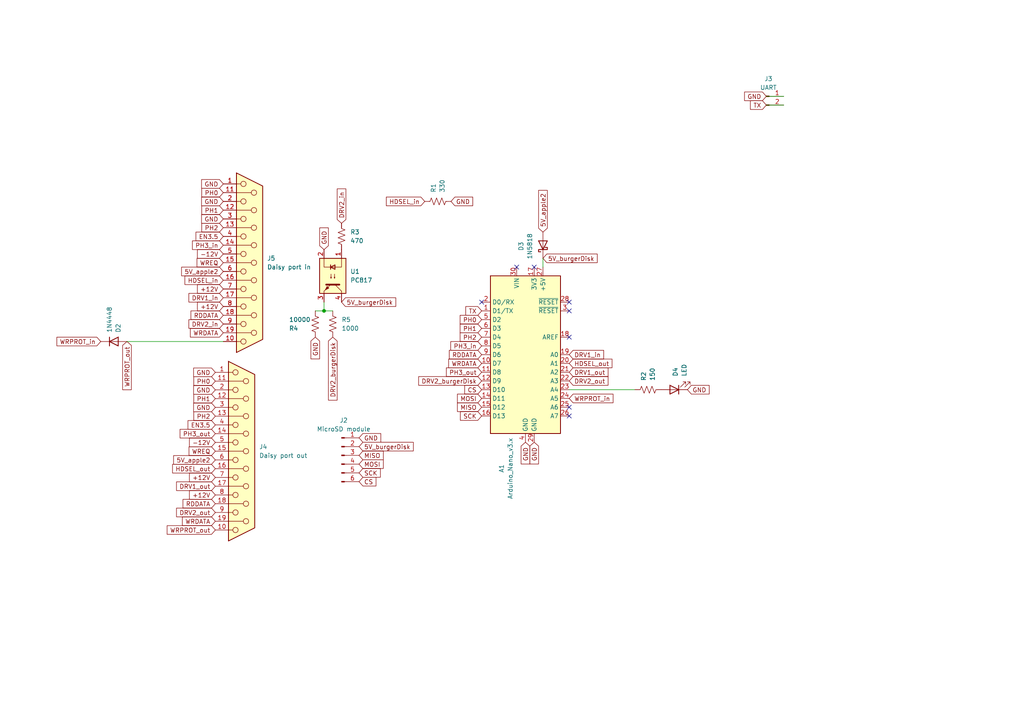
<source format=kicad_sch>
(kicad_sch (version 20250114) (generator "eeschema") (generator_version "9.0")
  (paper "A4")
  (lib_symbols
    (symbol "Connector:Conn_01x02_Pin" (pin_names (offset 1.016) (hide yes))
      (property "Reference" "J" (at 0 2.54 0))
      (property "Value" "Conn_01x02_Pin" (at 0 -5.08 0))
      (symbol "Conn_01x02_Pin_1_1"
        (rectangle (start 0.8636 0.127) (end 0 -0.127) (stroke (width 0.1524)) (fill (type outline)))
        (rectangle (start 0.8636 -2.413) (end 0 -2.667) (stroke (width 0.1524)) (fill (type outline)))
        (polyline (pts (xy 1.27 0) (xy 0.8636 0)) (stroke (width 0.1524)))
        (polyline (pts (xy 1.27 -2.54) (xy 0.8636 -2.54)) (stroke (width 0.1524)))
        (pin passive line (at 5.08 0 180) (length 3.81) (name "Pin_1") (number "1"))
        (pin passive line (at 5.08 -2.54 180) (length 3.81) (name "Pin_2") (number "2"))
      )
    )
    (symbol "Connector:Conn_01x06_Pin" (pin_names (offset 1.016) (hide yes))
      (property "Reference" "J" (at 0 7.62 0))
      (property "Value" "Conn_01x06_Pin" (at 0 -10.16 0))
      (symbol "Conn_01x06_Pin_1_1"
        (rectangle (start 0.8636 5.207) (end 0 4.953) (stroke (width 0.1524)) (fill (type outline)))
        (rectangle (start 0.8636 2.667) (end 0 2.413) (stroke (width 0.1524)) (fill (type outline)))
        (rectangle (start 0.8636 0.127) (end 0 -0.127) (stroke (width 0.1524)) (fill (type outline)))
        (rectangle (start 0.8636 -2.413) (end 0 -2.667) (stroke (width 0.1524)) (fill (type outline)))
        (rectangle (start 0.8636 -4.953) (end 0 -5.207) (stroke (width 0.1524)) (fill (type outline)))
        (rectangle (start 0.8636 -7.493) (end 0 -7.747) (stroke (width 0.1524)) (fill (type outline)))
        (polyline (pts (xy 1.27 5.08) (xy 0.8636 5.08)) (stroke (width 0.1524)))
        (polyline (pts (xy 1.27 2.54) (xy 0.8636 2.54)) (stroke (width 0.1524)))
        (polyline (pts (xy 1.27 0) (xy 0.8636 0)) (stroke (width 0.1524)))
        (polyline (pts (xy 1.27 -2.54) (xy 0.8636 -2.54)) (stroke (width 0.1524)))
        (polyline (pts (xy 1.27 -5.08) (xy 0.8636 -5.08)) (stroke (width 0.1524)))
        (polyline (pts (xy 1.27 -7.62) (xy 0.8636 -7.62)) (stroke (width 0.1524)))
        (pin passive line (at 5.08 5.08 180) (length 3.81) (name "Pin_1") (number "1"))
        (pin passive line (at 5.08 2.54 180) (length 3.81) (name "Pin_2") (number "2"))
        (pin passive line (at 5.08 0 180) (length 3.81) (name "Pin_3") (number "3"))
        (pin passive line (at 5.08 -2.54 180) (length 3.81) (name "Pin_4") (number "4"))
        (pin passive line (at 5.08 -5.08 180) (length 3.81) (name "Pin_5") (number "5"))
        (pin passive line (at 5.08 -7.62 180) (length 3.81) (name "Pin_6") (number "6"))
      )
    )
    (symbol "Device:LED" (pin_numbers (hide yes)) (pin_names (offset 1.016) (hide yes))
      (property "Reference" "D" (at 0 2.54 0))
      (property "Value" "LED" (at 0 -2.54 0))
      (symbol "LED_0_1"
        (polyline (pts (xy -3.048 -0.762) (xy -4.572 -2.286) (xy -3.81 -2.286) (xy -4.572 -2.286) (xy -4.572 -1.524)))
        (polyline (pts (xy -1.778 -0.762) (xy -3.302 -2.286) (xy -2.54 -2.286) (xy -3.302 -2.286) (xy -3.302 -1.524)))
        (polyline (pts (xy -1.27 0) (xy 1.27 0)))
        (polyline (pts (xy -1.27 -1.27) (xy -1.27 1.27)) (stroke (width 0.254)))
        (polyline (pts (xy 1.27 -1.27) (xy 1.27 1.27) (xy -1.27 0) (xy 1.27 -1.27)) (stroke (width 0.254)))
      )
      (symbol "LED_1_1"
        (pin passive line (at -3.81 0 0) (length 2.54) (name "K") (number "1"))
        (pin passive line (at 3.81 0 180) (length 2.54) (name "A") (number "2"))
      )
    )
    (symbol "Device:R_US" (pin_numbers (hide yes)) (pin_names (offset 0))
      (property "Reference" "R" (at 2.54 0 90))
      (property "Value" "R_US" (at -2.54 0 90))
      (symbol "R_US_0_1"
        (polyline (pts (xy 0 2.286) (xy 0 2.54)))
        (polyline (pts (xy 0 2.286) (xy 1.016 1.905) (xy 0 1.524) (xy -1.016 1.143) (xy 0 0.762)))
        (polyline (pts (xy 0 0.762) (xy 1.016 0.381) (xy 0 0) (xy -1.016 -0.381) (xy 0 -0.762)))
        (polyline (pts (xy 0 -0.762) (xy 1.016 -1.143) (xy 0 -1.524) (xy -1.016 -1.905) (xy 0 -2.286)))
        (polyline (pts (xy 0 -2.286) (xy 0 -2.54)))
      )
      (symbol "R_US_1_1"
        (pin passive line (at 0 3.81 270) (length 1.27) (name "~") (number "1"))
        (pin passive line (at 0 -3.81 90) (length 1.27) (name "~") (number "2"))
      )
    )
    (symbol "Diode:1N4448" (pin_numbers (hide yes)) (pin_names (hide yes))
      (property "Reference" "D" (at 0 2.54 0))
      (property "Value" "1N4448" (at 0 -2.54 0))
      (symbol "1N4448_0_1"
        (polyline (pts (xy -1.27 1.27) (xy -1.27 -1.27)) (stroke (width 0.254)))
        (polyline (pts (xy 1.27 1.27) (xy 1.27 -1.27) (xy -1.27 0) (xy 1.27 1.27)) (stroke (width 0.254)))
        (polyline (pts (xy 1.27 0) (xy -1.27 0)))
      )
      (symbol "1N4448_1_1"
        (pin passive line (at -3.81 0 0) (length 2.54) (name "K") (number "1"))
        (pin passive line (at 3.81 0 180) (length 2.54) (name "A") (number "2"))
      )
    )
    (symbol "Diode:1N5818" (pin_numbers (hide yes)) (pin_names (offset 1.016) (hide yes))
      (property "Reference" "D" (at 0 2.54 0))
      (property "Value" "1N5818" (at 0 -2.54 0))
      (symbol "1N5818_0_1"
        (polyline (pts (xy -1.905 0.635) (xy -1.905 1.27) (xy -1.27 1.27) (xy -1.27 -1.27) (xy -0.635 -1.27) (xy -0.635 -0.635)) (stroke (width 0.254)))
        (polyline (pts (xy 1.27 1.27) (xy 1.27 -1.27) (xy -1.27 0) (xy 1.27 1.27)) (stroke (width 0.254)))
        (polyline (pts (xy 1.27 0) (xy -1.27 0)))
      )
      (symbol "1N5818_1_1"
        (pin passive line (at -3.81 0 0) (length 2.54) (name "K") (number "1"))
        (pin passive line (at 3.81 0 180) (length 2.54) (name "A") (number "2"))
      )
    )
    (symbol "Isolator:PC817" (pin_names (offset 1.016))
      (property "Reference" "U" (at -5.08 5.08 0))
      (property "Value" "PC817" (at 0 5.08 0))
      (symbol "PC817_0_1"
        (rectangle (start -5.08 3.81) (end 5.08 -3.81) (stroke (width 0.254)) (fill (type background)))
        (polyline (pts (xy -5.08 2.54) (xy -2.54 2.54) (xy -2.54 -0.635)))
        (polyline (pts (xy -3.175 -0.635) (xy -1.905 -0.635)) (stroke (width 0.254)))
        (polyline (pts (xy -2.54 -0.635) (xy -2.54 -2.54) (xy -5.08 -2.54)))
        (polyline (pts (xy -2.54 -0.635) (xy -3.175 0.635) (xy -1.905 0.635) (xy -2.54 -0.635)) (stroke (width 0.254)))
        (polyline (pts (xy -0.508 0.508) (xy 0.762 0.508) (xy 0.381 0.381) (xy 0.381 0.635) (xy 0.762 0.508)))
        (polyline (pts (xy -0.508 -0.508) (xy 0.762 -0.508) (xy 0.381 -0.635) (xy 0.381 -0.381) (xy 0.762 -0.508)))
        (polyline (pts (xy 2.54 1.905) (xy 2.54 -1.905) (xy 2.54 -1.905)) (stroke (width 0.508)))
        (polyline (pts (xy 2.54 0.635) (xy 4.445 2.54)))
        (polyline (pts (xy 3.048 -1.651) (xy 3.556 -1.143) (xy 4.064 -2.159) (xy 3.048 -1.651) (xy 3.048 -1.651)) (fill (type outline)))
        (polyline (pts (xy 4.445 2.54) (xy 5.08 2.54)))
        (polyline (pts (xy 4.445 -2.54) (xy 2.54 -0.635)) (fill (type outline)))
        (polyline (pts (xy 4.445 -2.54) (xy 5.08 -2.54)))
      )
      (symbol "PC817_1_1"
        (pin passive line (at -7.62 2.54 0) (length 2.54) (name "~") (number "1"))
        (pin passive line (at -7.62 -2.54 0) (length 2.54) (name "~") (number "2"))
        (pin passive line (at 7.62 2.54 180) (length 2.54) (name "~") (number "4"))
        (pin passive line (at 7.62 -2.54 180) (length 2.54) (name "~") (number "3"))
      )
    )
    (symbol "MCU_Module:Arduino_Nano_v3.x"
      (property "Reference" "A" (at -10.16 23.495 0))
      (property "Value" "Arduino_Nano_v3.x" (at 5.08 -24.13 0))
      (symbol "Arduino_Nano_v3.x_0_1"
        (rectangle (start -10.16 22.86) (end 10.16 -22.86) (stroke (width 0.254)) (fill (type background)))
      )
      (symbol "Arduino_Nano_v3.x_1_1"
        (pin bidirectional line (at -12.7 15.24 0) (length 2.54) (name "D0/RX") (number "2"))
        (pin bidirectional line (at -12.7 12.7 0) (length 2.54) (name "D1/TX") (number "1"))
        (pin bidirectional line (at -12.7 10.16 0) (length 2.54) (name "D2") (number "5"))
        (pin bidirectional line (at -12.7 7.62 0) (length 2.54) (name "D3") (number "6"))
        (pin bidirectional line (at -12.7 5.08 0) (length 2.54) (name "D4") (number "7"))
        (pin bidirectional line (at -12.7 2.54 0) (length 2.54) (name "D5") (number "8"))
        (pin bidirectional line (at -12.7 0 0) (length 2.54) (name "D6") (number "9"))
        (pin bidirectional line (at -12.7 -2.54 0) (length 2.54) (name "D7") (number "10"))
        (pin bidirectional line (at -12.7 -5.08 0) (length 2.54) (name "D8") (number "11"))
        (pin bidirectional line (at -12.7 -7.62 0) (length 2.54) (name "D9") (number "12"))
        (pin bidirectional line (at -12.7 -10.16 0) (length 2.54) (name "D10") (number "13"))
        (pin bidirectional line (at -12.7 -12.7 0) (length 2.54) (name "D11") (number "14"))
        (pin bidirectional line (at -12.7 -15.24 0) (length 2.54) (name "D12") (number "15"))
        (pin bidirectional line (at -12.7 -17.78 0) (length 2.54) (name "D13") (number "16"))
        (pin power_in line (at -2.54 25.4 270) (length 2.54) (name "VIN") (number "30"))
        (pin power_in line (at 0 -25.4 90) (length 2.54) (name "GND") (number "4"))
        (pin power_out line (at 2.54 25.4 270) (length 2.54) (name "3V3") (number "17"))
        (pin power_in line (at 2.54 -25.4 90) (length 2.54) (name "GND") (number "29"))
        (pin power_out line (at 5.08 25.4 270) (length 2.54) (name "+5V") (number "27"))
        (pin input line (at 12.7 15.24 180) (length 2.54) (name "~{RESET}") (number "28"))
        (pin input line (at 12.7 12.7 180) (length 2.54) (name "~{RESET}") (number "3"))
        (pin input line (at 12.7 5.08 180) (length 2.54) (name "AREF") (number "18"))
        (pin bidirectional line (at 12.7 0 180) (length 2.54) (name "A0") (number "19"))
        (pin bidirectional line (at 12.7 -2.54 180) (length 2.54) (name "A1") (number "20"))
        (pin bidirectional line (at 12.7 -5.08 180) (length 2.54) (name "A2") (number "21"))
        (pin bidirectional line (at 12.7 -7.62 180) (length 2.54) (name "A3") (number "22"))
        (pin bidirectional line (at 12.7 -10.16 180) (length 2.54) (name "A4") (number "23"))
        (pin bidirectional line (at 12.7 -12.7 180) (length 2.54) (name "A5") (number "24"))
        (pin bidirectional line (at 12.7 -15.24 180) (length 2.54) (name "A6") (number "25"))
        (pin bidirectional line (at 12.7 -17.78 180) (length 2.54) (name "A7") (number "26"))
      )
    )
    (symbol "db19:DB19_Female" (pin_names (offset 1.016) (hide yes))
      (property "Reference" "J" (at 0 26.67 0))
      (property "Value" "DB19_Female" (at 0 -27.94 0))
      (symbol "DB19_Female_0_1"
        (polyline (pts (xy -3.81 26.035) (xy 3.81 22.225) (xy 3.81 -22.225) (xy -3.81 -26.035) (xy -3.81 26.035)) (stroke (width 0.254)) (fill (type background)))
        (polyline (pts (xy -3.81 22.86) (xy -2.54 22.86)))
        (polyline (pts (xy -3.81 20.32) (xy 0.508 20.32)))
        (polyline (pts (xy -3.81 17.78) (xy -2.54 17.78)))
        (polyline (pts (xy -3.81 15.24) (xy 0.508 15.24)))
        (polyline (pts (xy -3.81 12.7) (xy -2.54 12.7)))
        (polyline (pts (xy -3.81 10.16) (xy 0.508 10.16)))
        (polyline (pts (xy -3.81 7.62) (xy -2.54 7.62)))
        (polyline (pts (xy -3.81 5.08) (xy 0.508 5.08)))
        (polyline (pts (xy -3.81 2.54) (xy -2.54 2.54)))
        (polyline (pts (xy -3.81 0) (xy 0.508 0)))
        (polyline (pts (xy -3.81 -2.54) (xy -2.54 -2.54)))
        (polyline (pts (xy -3.81 -5.08) (xy 0.508 -5.08)))
        (polyline (pts (xy -3.81 -7.62) (xy -2.54 -7.62)))
        (polyline (pts (xy -3.81 -10.16) (xy 0.508 -10.16)))
        (polyline (pts (xy -3.81 -12.7) (xy -2.54 -12.7)))
        (polyline (pts (xy -3.81 -15.24) (xy 0.508 -15.24)))
        (polyline (pts (xy -3.81 -17.78) (xy -2.54 -17.78)))
        (polyline (pts (xy -3.81 -20.32) (xy 0.508 -20.32)))
        (polyline (pts (xy -3.81 -22.86) (xy -2.54 -22.86)))
        (circle (center -1.778 22.86) (radius 0.762))
        (circle (center -1.778 17.78) (radius 0.762))
        (circle (center -1.778 12.7) (radius 0.762))
        (circle (center -1.778 7.62) (radius 0.762))
        (circle (center -1.778 2.54) (radius 0.762))
        (circle (center -1.778 -2.54) (radius 0.762))
        (circle (center -1.778 -7.62) (radius 0.762))
        (circle (center -1.778 -12.7) (radius 0.762))
        (circle (center -1.778 -17.78) (radius 0.762))
        (circle (center -1.778 -22.86) (radius 0.762))
        (circle (center 1.27 20.32) (radius 0.762))
        (circle (center 1.27 15.24) (radius 0.762))
        (circle (center 1.27 10.16) (radius 0.762))
        (circle (center 1.27 5.08) (radius 0.762))
        (circle (center 1.27 0) (radius 0.762))
        (circle (center 1.27 -5.08) (radius 0.762))
        (circle (center 1.27 -10.16) (radius 0.762))
        (circle (center 1.27 -15.24) (radius 0.762))
        (circle (center 1.27 -20.32) (radius 0.762))
      )
      (symbol "DB19_Female_1_1"
        (pin passive line (at -7.62 22.86 0) (length 3.81) (name "1") (number "1"))
        (pin passive line (at -7.62 20.32 0) (length 3.81) (name "P11") (number "11"))
        (pin passive line (at -7.62 17.78 0) (length 3.81) (name "2") (number "2"))
        (pin passive line (at -7.62 15.24 0) (length 3.81) (name "P12") (number "12"))
        (pin passive line (at -7.62 12.7 0) (length 3.81) (name "3") (number "3"))
        (pin passive line (at -7.62 10.16 0) (length 3.81) (name "P13") (number "13"))
        (pin passive line (at -7.62 7.62 0) (length 3.81) (name "4") (number "4"))
        (pin passive line (at -7.62 5.08 0) (length 3.81) (name "P14") (number "14"))
        (pin passive line (at -7.62 2.54 0) (length 3.81) (name "5") (number "5"))
        (pin passive line (at -7.62 0 0) (length 3.81) (name "P15") (number "15"))
        (pin passive line (at -7.62 -2.54 0) (length 3.81) (name "6") (number "6"))
        (pin passive line (at -7.62 -5.08 0) (length 3.81) (name "P16") (number "16"))
        (pin passive line (at -7.62 -7.62 0) (length 3.81) (name "7") (number "7"))
        (pin passive line (at -7.62 -10.16 0) (length 3.81) (name "P17") (number "17"))
        (pin passive line (at -7.62 -12.7 0) (length 3.81) (name "8") (number "8"))
        (pin passive line (at -7.62 -15.24 0) (length 3.81) (name "P18") (number "18"))
        (pin passive line (at -7.62 -17.78 0) (length 3.81) (name "9") (number "9"))
        (pin passive line (at -7.62 -20.32 0) (length 3.81) (name "P19") (number "19"))
        (pin passive line (at -7.62 -22.86 0) (length 3.81) (name "10") (number "10"))
      )
    )
  )
  (junction (at 93.98 90.17))
  (no_connect (at 165.1 90.17))
  (no_connect (at 154.94 77.47))
  (no_connect (at 165.1 120.65))
  (no_connect (at 165.1 87.63))
  (no_connect (at 165.1 97.79))
  (no_connect (at 139.7 87.63))
  (no_connect (at 165.1 118.11))
  (no_connect (at 149.86 77.47))
  (wire (pts (xy 184.15 113.03) (xy 165.1 113.03)))
  (wire (pts (xy 91.44 90.17) (xy 93.98 90.17)))
  (wire (pts (xy 36.83 99.06) (xy 64.77 99.06)))
  (wire (pts (xy 93.98 87.63) (xy 93.98 90.17)))
  (wire (pts (xy 93.98 90.17) (xy 96.52 90.17)))
  (wire (pts (xy 222.25 30.48) (xy 227.33 30.48)))
  (wire (pts (xy 157.48 74.93) (xy 157.48 77.47)))
  (wire (pts (xy 222.25 27.94) (xy 227.33 27.94)))
  (global_label "PH2" (shape input) (at 64.77 66.04 180) (property "Intersheetrefs" "${INTERSHEET_REFS}" (effects (hide yes))))
  (global_label "+12V" (shape input) (at 62.4586 143.5608 180) (property "Intersheetrefs" "${INTERSHEET_REFS}" (effects (hide yes))))
  (global_label "PH1" (shape input) (at 139.7 95.25 180) (property "Intersheetrefs" "${INTERSHEET_REFS}" (effects (hide yes))))
  (global_label "5V_burgerDisk" (shape input) (at 99.06 87.63 0) (property "Intersheetrefs" "${INTERSHEET_REFS}" (effects (hide yes))))
  (global_label "WRDATA" (shape input) (at 62.4586 151.1808 180) (property "Intersheetrefs" "${INTERSHEET_REFS}" (effects (hide yes))))
  (global_label "WRDATA" (shape input) (at 139.7 105.41 180) (property "Intersheetrefs" "${INTERSHEET_REFS}" (effects (hide yes))))
  (global_label "GND" (shape input) (at 64.77 58.42 180) (property "Intersheetrefs" "${INTERSHEET_REFS}" (effects (hide yes))))
  (global_label "GND" (shape input) (at 64.77 63.5 180) (property "Intersheetrefs" "${INTERSHEET_REFS}" (effects (hide yes))))
  (global_label "PH0" (shape input) (at 139.7 92.71 180) (property "Intersheetrefs" "${INTERSHEET_REFS}" (effects (hide yes))))
  (global_label "GND" (shape input) (at 152.4 128.27 270) (property "Intersheetrefs" "${INTERSHEET_REFS}" (effects (hide yes))))
  (global_label "-12V" (shape input) (at 62.4586 128.3208 180) (property "Intersheetrefs" "${INTERSHEET_REFS}" (effects (hide yes))))
  (global_label "DRV2_out" (shape input) (at 62.4586 148.6408 180) (property "Intersheetrefs" "${INTERSHEET_REFS}" (effects (hide yes))))
  (global_label "GND" (shape input) (at 62.4586 118.1608 180) (property "Intersheetrefs" "${INTERSHEET_REFS}" (effects (hide yes))))
  (global_label "WRPROT_in" (shape input) (at 29.21 99.06 180) (property "Intersheetrefs" "${INTERSHEET_REFS}" (effects (hide yes))))
  (global_label "DRV2_burgerDisk" (shape input) (at 96.52 97.79 270) (property "Intersheetrefs" "${INTERSHEET_REFS}" (effects (hide yes))))
  (global_label "GND" (shape input) (at 199.39 113.03 0) (property "Intersheetrefs" "${INTERSHEET_REFS}" (effects (hide yes))))
  (global_label "PH3_out" (shape input) (at 139.7 107.95 180) (property "Intersheetrefs" "${INTERSHEET_REFS}" (effects (hide yes))))
  (global_label "HDSEL_in" (shape input) (at 64.77 81.28 180) (property "Intersheetrefs" "${INTERSHEET_REFS}" (effects (hide yes))))
  (global_label "TX" (shape input) (at 139.7 90.17 180) (property "Intersheetrefs" "${INTERSHEET_REFS}" (effects (hide yes))))
  (global_label "GND" (shape input) (at 154.94 128.27 270) (property "Intersheetrefs" "${INTERSHEET_REFS}" (effects (hide yes))))
  (global_label "PH1" (shape input) (at 64.77 60.96 180) (property "Intersheetrefs" "${INTERSHEET_REFS}" (effects (hide yes))))
  (global_label "RDDATA" (shape input) (at 64.77 91.44 180) (property "Intersheetrefs" "${INTERSHEET_REFS}" (effects (hide yes))))
  (global_label "GND" (shape input) (at 130.81 58.42 0) (property "Intersheetrefs" "${INTERSHEET_REFS}" (effects (hide yes))))
  (global_label "HDSEL_out" (shape input) (at 62.4586 135.9408 180) (property "Intersheetrefs" "${INTERSHEET_REFS}" (effects (hide yes))))
  (global_label "PH0" (shape input) (at 64.77 55.88 180) (property "Intersheetrefs" "${INTERSHEET_REFS}" (effects (hide yes))))
  (global_label "5V_burgerDisk" (shape input) (at 157.48 74.93 0) (property "Intersheetrefs" "${INTERSHEET_REFS}" (effects (hide yes))))
  (global_label "PH2" (shape input) (at 139.7 97.79 180) (property "Intersheetrefs" "${INTERSHEET_REFS}" (effects (hide yes))))
  (global_label "DRV1_out" (shape input) (at 165.1 107.95 0) (property "Intersheetrefs" "${INTERSHEET_REFS}" (effects (hide yes))))
  (global_label "RDDATA" (shape input) (at 139.7 102.87 180) (property "Intersheetrefs" "${INTERSHEET_REFS}" (effects (hide yes))))
  (global_label "PH0" (shape input) (at 62.4586 110.5408 180) (property "Intersheetrefs" "${INTERSHEET_REFS}" (effects (hide yes))))
  (global_label "GND" (shape input) (at 91.44 97.79 270) (property "Intersheetrefs" "${INTERSHEET_REFS}" (effects (hide yes))))
  (global_label "DRV2_in" (shape input) (at 64.77 93.98 180) (property "Intersheetrefs" "${INTERSHEET_REFS}" (effects (hide yes))))
  (global_label "DRV1_in" (shape input) (at 64.77 86.36 180) (property "Intersheetrefs" "${INTERSHEET_REFS}" (effects (hide yes))))
  (global_label "HDSEL_out" (shape input) (at 165.1 105.41 0) (property "Intersheetrefs" "${INTERSHEET_REFS}" (effects (hide yes))))
  (global_label "DRV2_out" (shape input) (at 165.1 110.49 0) (property "Intersheetrefs" "${INTERSHEET_REFS}" (effects (hide yes))))
  (global_label "RDDATA" (shape input) (at 62.4586 146.1008 180) (property "Intersheetrefs" "${INTERSHEET_REFS}" (effects (hide yes))))
  (global_label "GND" (shape input) (at 64.77 53.34 180) (property "Intersheetrefs" "${INTERSHEET_REFS}" (effects (hide yes))))
  (global_label "DRV2_burgerDisk" (shape input) (at 139.7 110.49 180) (property "Intersheetrefs" "${INTERSHEET_REFS}" (effects (hide yes))))
  (global_label "5V_burgerDisk" (shape input) (at 104.14 129.54 0) (property "Intersheetrefs" "${INTERSHEET_REFS}" (effects (hide yes))))
  (global_label "HDSEL_in" (shape input) (at 123.19 58.42 180) (property "Intersheetrefs" "${INTERSHEET_REFS}" (effects (hide yes))))
  (global_label "PH3_in" (shape input) (at 139.7 100.33 180) (property "Intersheetrefs" "${INTERSHEET_REFS}" (effects (hide yes))))
  (global_label "GND" (shape input) (at 62.4586 108.0008 180) (property "Intersheetrefs" "${INTERSHEET_REFS}" (effects (hide yes))))
  (global_label "5V_apple2" (shape input) (at 62.4586 133.4008 180) (property "Intersheetrefs" "${INTERSHEET_REFS}" (effects (hide yes))))
  (global_label "SCK" (shape input) (at 104.14 137.16 0) (property "Intersheetrefs" "${INTERSHEET_REFS}" (effects (hide yes))))
  (global_label "TX" (shape input) (at 222.25 30.48 180) (property "Intersheetrefs" "${INTERSHEET_REFS}" (effects (hide yes))))
  (global_label "GND" (shape input) (at 62.4586 113.0808 180) (property "Intersheetrefs" "${INTERSHEET_REFS}" (effects (hide yes))))
  (global_label "-12V" (shape input) (at 64.77 73.66 180) (property "Intersheetrefs" "${INTERSHEET_REFS}" (effects (hide yes))))
  (global_label "MISO" (shape input) (at 139.7 118.11 180) (property "Intersheetrefs" "${INTERSHEET_REFS}" (effects (hide yes))))
  (global_label "WRDATA" (shape input) (at 64.77 96.52 180) (property "Intersheetrefs" "${INTERSHEET_REFS}" (effects (hide yes))))
  (global_label "PH3_in" (shape input) (at 64.77 71.12 180) (property "Intersheetrefs" "${INTERSHEET_REFS}" (effects (hide yes))))
  (global_label "WRPROT_out" (shape input) (at 36.83 99.06 270) (property "Intersheetrefs" "${INTERSHEET_REFS}" (effects (hide yes))))
  (global_label "+12V" (shape input) (at 64.77 88.9 180) (property "Intersheetrefs" "${INTERSHEET_REFS}" (effects (hide yes))))
  (global_label "DRV1_in" (shape input) (at 165.1 102.87 0) (property "Intersheetrefs" "${INTERSHEET_REFS}" (effects (hide yes))))
  (global_label "WREQ" (shape input) (at 62.4586 130.8608 180) (property "Intersheetrefs" "${INTERSHEET_REFS}" (effects (hide yes))))
  (global_label "DRV1_out" (shape input) (at 62.4586 141.0208 180) (property "Intersheetrefs" "${INTERSHEET_REFS}" (effects (hide yes))))
  (global_label "PH2" (shape input) (at 62.4586 120.7008 180) (property "Intersheetrefs" "${INTERSHEET_REFS}" (effects (hide yes))))
  (global_label "PH1" (shape input) (at 62.4586 115.6208 180) (property "Intersheetrefs" "${INTERSHEET_REFS}" (effects (hide yes))))
  (global_label "EN3.5" (shape input) (at 62.4586 123.2408 180) (property "Intersheetrefs" "${INTERSHEET_REFS}" (effects (hide yes))))
  (global_label "5V_apple2" (shape input) (at 157.48 67.31 90) (property "Intersheetrefs" "${INTERSHEET_REFS}" (effects (hide yes))))
  (global_label "CS" (shape input) (at 104.14 139.7 0) (property "Intersheetrefs" "${INTERSHEET_REFS}" (effects (hide yes))))
  (global_label "PH3_out" (shape input) (at 62.4586 125.7808 180) (property "Intersheetrefs" "${INTERSHEET_REFS}" (effects (hide yes))))
  (global_label "MISO" (shape input) (at 104.14 132.08 0) (property "Intersheetrefs" "${INTERSHEET_REFS}" (effects (hide yes))))
  (global_label "5V_apple2" (shape input) (at 64.77 78.74 180) (property "Intersheetrefs" "${INTERSHEET_REFS}" (effects (hide yes))))
  (global_label "GND" (shape input) (at 93.98 72.39 90) (property "Intersheetrefs" "${INTERSHEET_REFS}" (effects (hide yes))))
  (global_label "+12V" (shape input) (at 62.4586 138.4808 180) (property "Intersheetrefs" "${INTERSHEET_REFS}" (effects (hide yes))))
  (global_label "MOSI" (shape input) (at 139.7 115.57 180) (property "Intersheetrefs" "${INTERSHEET_REFS}" (effects (hide yes))))
  (global_label "GND" (shape input) (at 104.14 127 0) (property "Intersheetrefs" "${INTERSHEET_REFS}" (effects (hide yes))))
  (global_label "WRPROT_in" (shape input) (at 165.1 115.57 0) (property "Intersheetrefs" "${INTERSHEET_REFS}" (effects (hide yes))))
  (global_label "MOSI" (shape input) (at 104.14 134.62 0) (property "Intersheetrefs" "${INTERSHEET_REFS}" (effects (hide yes))))
  (global_label "WREQ" (shape input) (at 64.77 76.2 180) (property "Intersheetrefs" "${INTERSHEET_REFS}" (effects (hide yes))))
  (global_label "EN3.5" (shape input) (at 64.77 68.58 180) (property "Intersheetrefs" "${INTERSHEET_REFS}" (effects (hide yes))))
  (global_label "CS" (shape input) (at 139.7 113.03 180) (property "Intersheetrefs" "${INTERSHEET_REFS}" (effects (hide yes))))
  (global_label "WRPROT_out" (shape input) (at 62.4586 153.7208 180) (property "Intersheetrefs" "${INTERSHEET_REFS}" (effects (hide yes))))
  (global_label "SCK" (shape input) (at 139.7 120.65 180) (property "Intersheetrefs" "${INTERSHEET_REFS}" (effects (hide yes))))
  (global_label "DRV2_in" (shape input) (at 99.06 64.77 90) (property "Intersheetrefs" "${INTERSHEET_REFS}" (effects (hide yes))))
  (global_label "+12V" (shape input) (at 64.77 83.82 180) (property "Intersheetrefs" "${INTERSHEET_REFS}" (effects (hide yes))))
  (global_label "GND" (shape input) (at 222.25 27.94 180) (property "Intersheetrefs" "${INTERSHEET_REFS}" (effects (hide yes))))
  (symbol (lib_id "Connector:Conn_01x02_Pin") (at 222.25 27.94 0) (unit 1)
    (property "Reference" "J3" (at 222.885 22.86 0))
    (property "Value" "UART" (at 222.885 25.4 0))
    (property "Footprint" "Connector_PinHeader_2.54mm:PinHeader_1x02_P2.54mm_Vertical" (effects (hide yes)))
    (property "LCSC" "C6273326" (effects (hide yes)))
  )
  (symbol (lib_id "db19:DB19_Female") (at 70.0786 130.8608 0) (unit 1)
    (property "Reference" "J4" (at 75.1586 129.5908 0) (effects (justify left)))
    (property "Value" "Daisy port out" (at 75.1586 132.1308 0) (effects (justify left)))
    (property "Footprint" "DSUB-19-soldertype:DSUB-19_Female_EdgeMount_Pitch2.77mm" (effects (hide yes)))
  )
  (symbol (lib_id "Diode:1N4448") (at 33.02 99.06 0) (unit 1)
    (property "Reference" "D2" (at 34.29 96.52 90) (effects (justify left)))
    (property "Value" "1N4448" (at 31.75 96.52 90) (effects (justify left)))
    (property "Footprint" "Diode_THT:D_DO-35_SOD27_P7.62mm_Horizontal" (effects (hide yes)))
    (property "Datasheet" "https://assets.nexperia.com/documents/data-sheet/1N4148_1N4448.pdf" (effects (hide yes)))
    (property "Sim.Device" "D" (effects (hide yes)))
    (property "Sim.Pins" "1=K 2=A" (effects (hide yes)))
    (property "LCSC" "C258170" (effects (hide yes)))
  )
  (symbol (lib_id "Device:R_US") (at 91.44 93.98 180) (unit 1)
    (property "Reference" "R4" (at 83.82 95.25 0) (effects (justify right)))
    (property "Value" "10000" (at 83.82 92.71 0) (effects (justify right)))
    (property "Footprint" "Resistor_THT:R_Axial_DIN0207_L6.3mm_D2.5mm_P7.62mm_Horizontal" (effects (hide yes)))
    (property "LCSC" "C57436" (effects (hide yes)))
  )
  (symbol (lib_id "Connector:Conn_01x06_Pin") (at 99.06 132.08 0) (unit 1)
    (property "Reference" "J2" (at 99.695 121.92 0))
    (property "Value" "MicroSD module" (at 99.695 124.46 0))
    (property "Footprint" "Connector_PinHeader_2.54mm:PinHeader_1x06_P2.54mm_Vertical" (effects (hide yes)))
    (property "LCSC" "C6209271" (effects (hide yes)))
  )
  (symbol (lib_id "Device:R_US") (at 99.06 68.58 0) (unit 1)
    (property "Reference" "R3" (at 101.6 67.31 0) (effects (justify left)))
    (property "Value" "470" (at 101.6 69.85 0) (effects (justify left)))
    (property "Footprint" "Resistor_THT:R_Axial_DIN0309_L9.0mm_D3.2mm_P12.70mm_Horizontal" (effects (hide yes)))
    (property "LCSC" "C129899" (effects (hide yes)))
  )
  (symbol (lib_id "Device:LED") (at 195.58 113.03 180) (unit 1)
    (property "Reference" "D4" (at 195.8975 109.22 90) (effects (justify right)))
    (property "Value" "LED" (at 198.4375 109.22 90) (effects (justify right)))
    (property "Footprint" "Connector_PinHeader_2.54mm:PinHeader_1x02_P2.54mm_Vertical" (effects (hide yes)))
    (property "LCSC" "C6273326" (effects (hide yes)))
  )
  (symbol (lib_id "db19:DB19_Female") (at 72.39 76.2 0) (unit 1)
    (property "Reference" "J5" (at 77.47 74.93 0) (effects (justify left)))
    (property "Value" "Daisy port in" (at 77.47 77.47 0) (effects (justify left)))
    (property "Footprint" "DSUB-19-soldertype:DSUB-19_Male_EdgeMount_Pitch2.77mm" (effects (hide yes)))
  )
  (symbol (lib_id "Isolator:PC817") (at 96.52 80.01 270) (unit 1)
    (property "Reference" "U1" (at 101.6 78.74 90) (effects (justify left)))
    (property "Value" "PC817" (at 101.6 81.28 90) (effects (justify left)))
    (property "Footprint" "Package_DIP:DIP-4_W7.62mm" (effects (hide yes)))
    (property "Datasheet" "http://www.soselectronic.cz/a_info/resource/d/pc817.pdf" (effects (hide yes)))
    (property "LCSC" "C5350" (effects (hide yes)))
  )
  (symbol (lib_id "Device:R_US") (at 187.96 113.03 270) (unit 1)
    (property "Reference" "R2" (at 186.69 110.49 0) (effects (justify right)))
    (property "Value" "150" (at 189.23 110.49 0) (effects (justify right)))
    (property "Footprint" "Resistor_THT:R_Axial_DIN0207_L6.3mm_D2.5mm_P7.62mm_Horizontal" (effects (hide yes)))
    (property "LCSC" "C58668" (effects (hide yes)))
  )
  (symbol (lib_id "MCU_Module:Arduino_Nano_v3.x") (at 152.4 102.87 0) (unit 1)
    (property "Reference" "A1" (at 145.4719 135.89 90))
    (property "Value" "Arduino_Nano_v3.x" (at 148.0119 135.89 90))
    (property "Footprint" "Module:Arduino_Nano" (effects (hide yes)))
    (property "Datasheet" "http://www.mouser.com/pdfdocs/Gravitech_Arduino_Nano3_0.pdf" (effects (hide yes)))
  )
  (symbol (lib_id "Device:R_US") (at 127 58.42 270) (unit 1)
    (property "Reference" "R1" (at 125.73 55.88 0) (effects (justify right)))
    (property "Value" "330" (at 128.27 55.88 0) (effects (justify right)))
    (property "Footprint" "Resistor_THT:R_Axial_DIN0207_L6.3mm_D2.5mm_P7.62mm_Horizontal" (effects (hide yes)))
    (property "LCSC" "C58608" (effects (hide yes)))
  )
  (symbol (lib_id "Diode:1N5818") (at 157.48 71.12 90) (unit 1)
    (property "Reference" "D3" (at 151.13 71.4375 0))
    (property "Value" "1N5818" (at 153.67 71.4375 0))
    (property "Footprint" "Diode_THT:D_DO-41_SOD81_P7.62mm_Horizontal" (effects (hide yes)))
    (property "Datasheet" "http://www.vishay.com/docs/88525/1n5817.pdf" (effects (hide yes)))
    (property "LCSC" "C402217" (effects (hide yes)))
  )
  (symbol (lib_id "Device:R_US") (at 96.52 93.98 180) (unit 1)
    (property "Reference" "R5" (at 99.06 92.71 0) (effects (justify right)))
    (property "Value" "1000" (at 99.06 95.25 0) (effects (justify right)))
    (property "Footprint" "Resistor_THT:R_Axial_DIN0207_L6.3mm_D2.5mm_P7.62mm_Horizontal" (effects (hide yes)))
    (property "LCSC" "C57435" (effects (hide yes)))
  )
)
</source>
